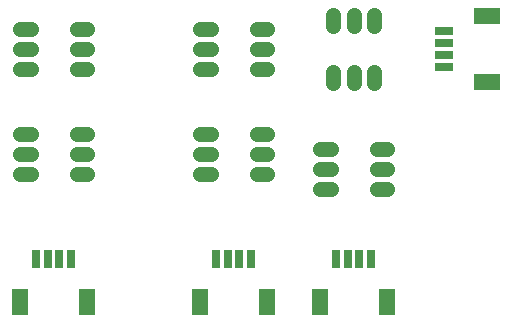
<source format=gts>
G75*
%MOIN*%
%OFA0B0*%
%FSLAX25Y25*%
%IPPOS*%
%LPD*%
%AMOC8*
5,1,8,0,0,1.08239X$1,22.5*
%
%ADD10R,0.05524X0.08674*%
%ADD11R,0.03162X0.06115*%
%ADD12C,0.05131*%
%ADD13R,0.08674X0.05524*%
%ADD14R,0.06115X0.03162*%
D10*
X0407310Y0006931D03*
X0429357Y0006931D03*
X0467310Y0006931D03*
X0489357Y0006931D03*
X0507310Y0006931D03*
X0529357Y0006931D03*
D11*
X0524239Y0021400D03*
X0520302Y0021400D03*
X0516365Y0021400D03*
X0512428Y0021400D03*
X0484239Y0021400D03*
X0480302Y0021400D03*
X0476365Y0021400D03*
X0472428Y0021400D03*
X0424239Y0021400D03*
X0420302Y0021400D03*
X0416365Y0021400D03*
X0412428Y0021400D03*
D12*
X0507113Y0044707D02*
X0510657Y0044707D01*
X0510657Y0044707D01*
X0507113Y0044707D01*
X0507113Y0044707D01*
X0526010Y0044707D02*
X0529554Y0044707D01*
X0529554Y0044707D01*
X0526010Y0044707D01*
X0526010Y0044707D01*
X0526010Y0051400D02*
X0529554Y0051400D01*
X0529554Y0051400D01*
X0526010Y0051400D01*
X0526010Y0051400D01*
X0510657Y0051400D02*
X0507113Y0051400D01*
X0510657Y0051400D02*
X0510657Y0051400D01*
X0507113Y0051400D01*
X0507113Y0051400D01*
X0489554Y0049707D02*
X0486010Y0049707D01*
X0489554Y0049707D02*
X0489554Y0049707D01*
X0486010Y0049707D01*
X0486010Y0049707D01*
X0470657Y0049707D02*
X0467113Y0049707D01*
X0470657Y0049707D02*
X0470657Y0049707D01*
X0467113Y0049707D01*
X0467113Y0049707D01*
X0467113Y0056400D02*
X0470657Y0056400D01*
X0470657Y0056400D01*
X0467113Y0056400D01*
X0467113Y0056400D01*
X0486010Y0056400D02*
X0489554Y0056400D01*
X0489554Y0056400D01*
X0486010Y0056400D01*
X0486010Y0056400D01*
X0507113Y0058093D02*
X0510657Y0058093D01*
X0510657Y0058093D01*
X0507113Y0058093D01*
X0507113Y0058093D01*
X0526010Y0058093D02*
X0529554Y0058093D01*
X0529554Y0058093D01*
X0526010Y0058093D01*
X0526010Y0058093D01*
X0489554Y0063093D02*
X0486010Y0063093D01*
X0489554Y0063093D02*
X0489554Y0063093D01*
X0486010Y0063093D01*
X0486010Y0063093D01*
X0470657Y0063093D02*
X0467113Y0063093D01*
X0470657Y0063093D02*
X0470657Y0063093D01*
X0467113Y0063093D01*
X0467113Y0063093D01*
X0429554Y0063093D02*
X0426010Y0063093D01*
X0426010Y0063093D01*
X0429554Y0063093D01*
X0429554Y0063093D01*
X0410657Y0063093D02*
X0407113Y0063093D01*
X0407113Y0063093D01*
X0410657Y0063093D01*
X0410657Y0063093D01*
X0410657Y0056400D02*
X0407113Y0056400D01*
X0407113Y0056400D01*
X0410657Y0056400D01*
X0410657Y0056400D01*
X0426010Y0056400D02*
X0429554Y0056400D01*
X0426010Y0056400D02*
X0426010Y0056400D01*
X0429554Y0056400D01*
X0429554Y0056400D01*
X0429554Y0049707D02*
X0426010Y0049707D01*
X0426010Y0049707D01*
X0429554Y0049707D01*
X0429554Y0049707D01*
X0410657Y0049707D02*
X0407113Y0049707D01*
X0407113Y0049707D01*
X0410657Y0049707D01*
X0410657Y0049707D01*
X0511640Y0080179D02*
X0511640Y0083723D01*
X0511640Y0083723D01*
X0511640Y0080179D01*
X0511640Y0080179D01*
X0518333Y0080179D02*
X0518333Y0083723D01*
X0518333Y0083723D01*
X0518333Y0080179D01*
X0518333Y0080179D01*
X0525026Y0080179D02*
X0525026Y0083723D01*
X0525026Y0083723D01*
X0525026Y0080179D01*
X0525026Y0080179D01*
X0489554Y0084707D02*
X0486010Y0084707D01*
X0489554Y0084707D02*
X0489554Y0084707D01*
X0486010Y0084707D01*
X0486010Y0084707D01*
X0470657Y0084707D02*
X0467113Y0084707D01*
X0470657Y0084707D02*
X0470657Y0084707D01*
X0467113Y0084707D01*
X0467113Y0084707D01*
X0467113Y0091400D02*
X0470657Y0091400D01*
X0470657Y0091400D01*
X0467113Y0091400D01*
X0467113Y0091400D01*
X0486010Y0091400D02*
X0489554Y0091400D01*
X0489554Y0091400D01*
X0486010Y0091400D01*
X0486010Y0091400D01*
X0486010Y0098093D02*
X0489554Y0098093D01*
X0489554Y0098093D01*
X0486010Y0098093D01*
X0486010Y0098093D01*
X0470657Y0098093D02*
X0467113Y0098093D01*
X0470657Y0098093D02*
X0470657Y0098093D01*
X0467113Y0098093D01*
X0467113Y0098093D01*
X0429554Y0098093D02*
X0426010Y0098093D01*
X0426010Y0098093D01*
X0429554Y0098093D01*
X0429554Y0098093D01*
X0410657Y0098093D02*
X0407113Y0098093D01*
X0407113Y0098093D01*
X0410657Y0098093D01*
X0410657Y0098093D01*
X0410657Y0091400D02*
X0407113Y0091400D01*
X0407113Y0091400D01*
X0410657Y0091400D01*
X0410657Y0091400D01*
X0426010Y0091400D02*
X0429554Y0091400D01*
X0426010Y0091400D02*
X0426010Y0091400D01*
X0429554Y0091400D01*
X0429554Y0091400D01*
X0429554Y0084707D02*
X0426010Y0084707D01*
X0426010Y0084707D01*
X0429554Y0084707D01*
X0429554Y0084707D01*
X0410657Y0084707D02*
X0407113Y0084707D01*
X0407113Y0084707D01*
X0410657Y0084707D01*
X0410657Y0084707D01*
X0511640Y0099077D02*
X0511640Y0102621D01*
X0511640Y0102621D01*
X0511640Y0099077D01*
X0511640Y0099077D01*
X0518333Y0099077D02*
X0518333Y0102621D01*
X0518333Y0102621D01*
X0518333Y0099077D01*
X0518333Y0099077D01*
X0525026Y0099077D02*
X0525026Y0102621D01*
X0525026Y0102621D01*
X0525026Y0099077D01*
X0525026Y0099077D01*
D13*
X0562802Y0102424D03*
X0562802Y0080376D03*
D14*
X0548333Y0085494D03*
X0548333Y0089431D03*
X0548333Y0093369D03*
X0548333Y0097306D03*
M02*

</source>
